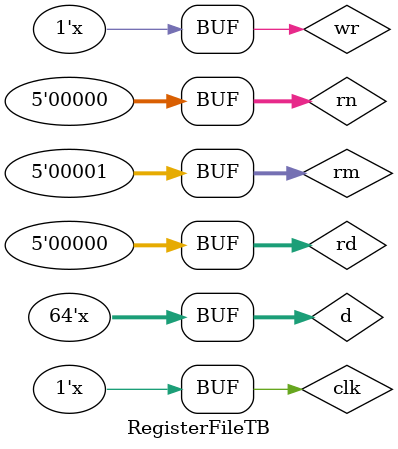
<source format=v>
`timescale 1ns / 1ps

/*
	Este es el test bench para el register file
*/
module RegisterFileTB;
	//Entradas
	reg [4:0] rn;
	reg [4:0] rm;
	reg [4:0] rd;
	reg [63:0] d;
	reg clk = 0;
	reg wr = 0;

	//Salidas
	wire [63:0] data1;
	wire [63:0] data2;

	//Instancia la Unit Under Test (UUT)
	RegisterFile uut (
		.rn(rn), 
		.rm(rm), 
		.rd(rd), 
		.d(d), 
		.clk(clk), 
		.wr(wr), 
		.data1(data1), 
		.data2(data2)
	);
	
	//Variar la señal de reloj cada 10ns
	always #10 clk = ~clk;
	always #100 wr = ~wr;
	always #50 d = ~d;
		
	initial begin
		//Inicializamos las entradas

        //El registro 0 es Rn
        //El registro 1 es Rm
		rn = 0;
		rm = 1;
		rd = 0;
		d = 64'b1101;
		clk = 0;
		wr = 0;

		// Wait 100 ns for global reset to finish
		#100;
	end
endmodule
</source>
